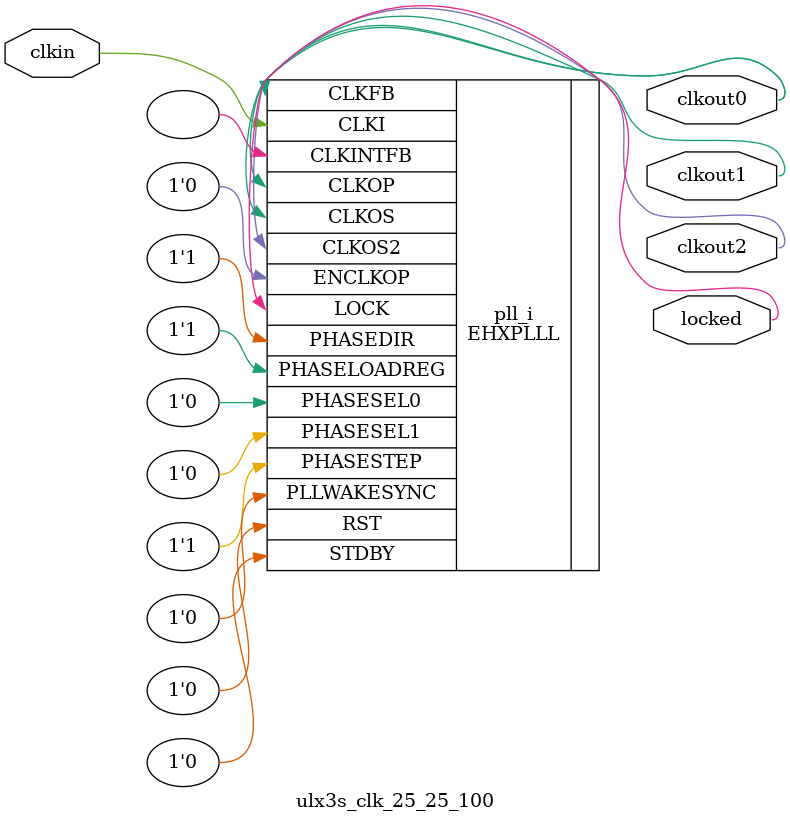
<source format=v>
module ulx3s_clk_25_25_100
(
    input clkin, // 25 MHz, 0 deg
    output clkout0, // 25 MHz, 0 deg
    output clkout1, // 25 MHz, 0 deg
    output clkout2, // 100 MHz, 0 deg
    output locked
);
(* FREQUENCY_PIN_CLKI="25" *)
(* FREQUENCY_PIN_CLKOP="25" *)
(* FREQUENCY_PIN_CLKOS="25" *)
(* FREQUENCY_PIN_CLKOS2="100" *)
(* ICP_CURRENT="12" *) (* LPF_RESISTOR="8" *) (* MFG_ENABLE_FILTEROPAMP="1" *) (* MFG_GMCREF_SEL="2" *)
EHXPLLL #(
        .PLLRST_ENA("DISABLED"),
        .INTFB_WAKE("DISABLED"),
        .STDBY_ENABLE("DISABLED"),
        .DPHASE_SOURCE("DISABLED"),
        .OUTDIVIDER_MUXA("DIVA"),
        .OUTDIVIDER_MUXB("DIVB"),
        .OUTDIVIDER_MUXC("DIVC"),
        .OUTDIVIDER_MUXD("DIVD"),
        .CLKI_DIV(1),
        .CLKOP_ENABLE("ENABLED"),
        .CLKOP_DIV(24),
        .CLKOP_CPHASE(11),
        .CLKOP_FPHASE(0),
        .CLKOS_ENABLE("ENABLED"),
        .CLKOS_DIV(24),
        .CLKOS_CPHASE(11),
        .CLKOS_FPHASE(0),
        .CLKOS2_ENABLE("ENABLED"),
        .CLKOS2_DIV(6),
        .CLKOS2_CPHASE(11),
        .CLKOS2_FPHASE(0),
        .FEEDBK_PATH("CLKOP"),
        .CLKFB_DIV(1)
    ) pll_i (
        .RST(1'b0),
        .STDBY(1'b0),
        .CLKI(clkin),
        .CLKOP(clkout0),
        .CLKOS(clkout1),
        .CLKOS2(clkout2),
        .CLKFB(clkout0),
        .CLKINTFB(),
        .PHASESEL0(1'b0),
        .PHASESEL1(1'b0),
        .PHASEDIR(1'b1),
        .PHASESTEP(1'b1),
        .PHASELOADREG(1'b1),
        .PLLWAKESYNC(1'b0),
        .ENCLKOP(1'b0),
        .LOCK(locked)
	);
endmodule

</source>
